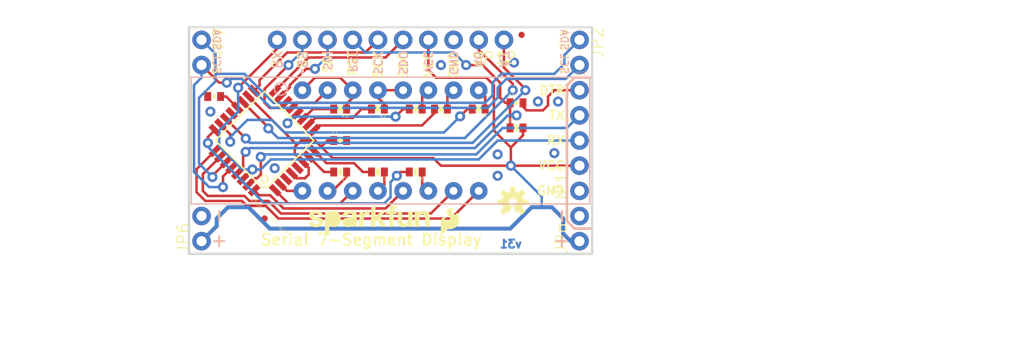
<source format=kicad_pcb>
(kicad_pcb (version 20211014) (generator pcbnew)
  (layers (0 "F.Cu" signal) (31 "B.Cu" signal) (34 "B.Paste" user) (35 "F.Paste" user) (36 "B.SilkS" user "B.Silkscreen") (37 "F.SilkS" user "F.Silkscreen") (38 "B.Mask" user) (39 "F.Mask" user) (44 "Edge.Cuts" user))
  (net 0 "")
  (net 1 "VCC")
  (net 2 "GND")
  (net 3 "MOSI")
  (net 4 "MISO")
  (net 5 "SCK")
  (net 6 "RX")
  (net 7 "RESET")
  (net 8 "TX")
  (net 9 "~{SS}")
  (net 10 "SCL")
  (net 11 "SDA")
  (net 12 "N$2")
  (net 13 "N$3")
  (net 14 "N$4")
  (net 15 "N$5")
  (net 16 "N$6")
  (net 17 "N$8")
  (net 18 "N$9")
  (net 19 "N$10")
  (net 20 "DIG4")
  (net 21 "DIG3")
  (net 22 "DIG2")
  (net 23 "DIG1")
  (net 24 "G")
  (net 25 "F/APOS")
  (net 26 "E")
  (net 27 "D")
  (net 28 "B")
  (net 29 "A")
  (net 30 "C/COL")
  (net 31 "ADC6")
  (net 32 "ADC7")
  (net 33 "DP")
  (net 34 "COLA")
  (net 35 "APOSA")
  (net 36 "N$13")
  (net 37 "N$1")
  (footprint "boardEagle:0402-RES" (layer "F.Cu") (at 161.2011 103.7336)
    (fp_text reference "R1" (at -0.889 -0.6985) (layer "F.SilkS") (effects (font (size 0.376489 0.376489) (thickness 0.029911)) (justify left)))
    (fp_text value "10k")
    (pad "1" smd rect (at -0.65 0) (size 0.7 0.9) (layers "F.Cu" "F.Paste" "F.Mask") (net 7 "RESET"))
    (pad "2" smd rect (at 0.65 0) (size 0.7 0.9) (layers "F.Cu" "F.Paste" "F.Mask") (net 1 "VCC"))
  )
  (footprint "boardEagle:0402-CAP" (layer "F.Cu") (at 130.7211 100.5586)
    (fp_text reference "C4" (at -0.889 -0.6985) (layer "F.SilkS") (effects (font (size 0.376489 0.376489) (thickness 0.029911)) (justify left)))
    (fp_text value "0.1uF")
    (pad "1" smd rect (at -0.65 0) (size 0.7 0.9) (layers "F.Cu" "F.Paste" "F.Mask") (net 2 "GND"))
    (pad "2" smd rect (at 0.65 0) (size 0.7 0.9) (layers "F.Cu" "F.Paste" "F.Mask") (net 37 "N$1"))
  )
  (footprint "boardEagle:1X02_NO_SILK" (layer "F.Cu") (at 129.4511 94.8436 -90)
    (fp_text reference "JP7" (at -1.3462 -1.8288 90) (layer "F.SilkS") (effects (font (size 1.1557 1.1557) (thickness 0.1143)) (justify right)))
    (fp_text value "")
    (pad "1" thru_hole circle (at 0 0) (size 1.8796 1.8796) (drill 1.016) (layers *.Cu *.Mask) (net 11 "SDA"))
    (pad "2" thru_hole circle (at 2.54 0) (size 1.8796 1.8796) (drill 1.016) (layers *.Cu *.Mask) (net 10 "SCL"))
  )
  (footprint "boardEagle:SFE-LOGO-FLAME" (layer "F.Cu") (at 153.5811 114.6556)
    (fp_text reference "U$2" hide)
    (fp_text value "LOGO-SFESK" hide)
  )
  (footprint "boardEagle:STAND-OFF" (layer "F.Cu") (at 163.7411 113.8936)
    (fp_text reference "JP4" hide)
    (fp_text value "STAND-OFF" hide)
    (pad "" np_thru_hole circle (at 0 0) (size 3.302 3.302) (drill 3.302) (layers *.Cu *.Mask))
  )
  (footprint "boardEagle:OSHW-LOGO-S" (layer "F.Cu") (at 160.8201 111.2266)
    (fp_text reference "U$4" hide)
    (fp_text value "OSHW-LOGOS" hide)
  )
  (footprint "boardEagle:0402-RES" (layer "F.Cu") (at 143.4211 108.1786 180)
    (fp_text reference "R10" (at -0.889 -0.6985) (layer "F.SilkS") (effects (font (size 0.376489 0.376489) (thickness 0.029911)) (justify right)))
    (fp_text value "1k")
    (pad "1" smd rect (at -0.65 0 180) (size 0.7 0.9) (layers "F.Cu" "F.Paste" "F.Mask") (net 12 "N$2"))
    (pad "2" smd rect (at 0.65 0 180) (size 0.7 0.9) (layers "F.Cu" "F.Paste" "F.Mask") (net 33 "DP"))
  )
  (footprint "boardEagle:MICRO-FIDUCIAL" (layer "F.Cu") (at 135.8011 112.8776)
    (fp_text reference "JP10" hide)
    (fp_text value "FIDUCIALUFIDUCIAL" hide)
    (pad "1" smd roundrect (at 0 0) (size 0.635 0.635) (layers "F.Cu" "F.Mask") (roundrect_rratio 0.5))
  )
  (footprint "boardEagle:SFE-NEW-WEB" (layer "F.Cu") (at 140.2461 114.6556)
    (fp_text reference "U$3" hide)
    (fp_text value "LOGO-SFENW2" hide)
  )
  (footprint "boardEagle:0402-RES" (layer "F.Cu") (at 143.4211 101.8286 180)
    (fp_text reference "R8" (at -0.889 -0.6985) (layer "F.SilkS") (effects (font (size 0.376489 0.376489) (thickness 0.029911)) (justify right)))
    (fp_text value "1k")
    (pad "1" smd rect (at -0.65 0 180) (size 0.7 0.9) (layers "F.Cu" "F.Paste" "F.Mask") (net 14 "N$4"))
    (pad "2" smd rect (at 0.65 0 180) (size 0.7 0.9) (layers "F.Cu" "F.Paste" "F.Mask") (net 25 "F/APOS"))
  )
  (footprint "boardEagle:0402-RES" (layer "F.Cu") (at 151.0411 101.8286 180)
    (fp_text reference "R3" (at -0.889 -0.6985) (layer "F.SilkS") (effects (font (size 0.376489 0.376489) (thickness 0.029911)) (justify right)))
    (fp_text value "1k")
    (pad "1" smd rect (at -0.65 0 180) (size 0.7 0.9) (layers "F.Cu" "F.Paste" "F.Mask") (net 18 "N$9"))
    (pad "2" smd rect (at 0.65 0 180) (size 0.7 0.9) (layers "F.Cu" "F.Paste" "F.Mask") (net 29 "A"))
  )
  (footprint "boardEagle:1X02_NO_SILK" (layer "F.Cu") (at 167.5511 94.8436 -90)
    (fp_text reference "JP2" (at -1.3462 -1.8288 90) (layer "F.SilkS") (effects (font (size 1.1557 1.1557) (thickness 0.1143)) (justify right)))
    (fp_text value "")
    (pad "1" thru_hole circle (at 0 0) (size 1.8796 1.8796) (drill 1.016) (layers *.Cu *.Mask) (net 11 "SDA"))
    (pad "2" thru_hole circle (at 2.54 0) (size 1.8796 1.8796) (drill 1.016) (layers *.Cu *.Mask) (net 10 "SCL"))
  )
  (footprint "boardEagle:1X02_NO_SILK" (layer "F.Cu") (at 167.5511 115.1636 90)
    (fp_text reference "JP8" (at -1.3462 -1.8288 90) (layer "F.SilkS") (effects (font (size 1.1557 1.1557) (thickness 0.1143)) (justify left)))
    (fp_text value "")
    (pad "1" thru_hole circle (at 0 0 180) (size 1.8796 1.8796) (drill 1.016) (layers *.Cu *.Mask) (net 1 "VCC"))
    (pad "2" thru_hole circle (at 2.54 0 180) (size 1.8796 1.8796) (drill 1.016) (layers *.Cu *.Mask) (net 2 "GND"))
  )
  (footprint "boardEagle:0402-RES" (layer "F.Cu") (at 153.5811 101.8286 180)
    (fp_text reference "R9" (at -0.889 -0.6985) (layer "F.SilkS") (effects (font (size 0.376489 0.376489) (thickness 0.029911)) (justify right)))
    (fp_text value "1k")
    (pad "1" smd rect (at -0.65 0 180) (size 0.7 0.9) (layers "F.Cu" "F.Paste" "F.Mask") (net 13 "N$3"))
    (pad "2" smd rect (at 0.65 0 180) (size 0.7 0.9) (layers "F.Cu" "F.Paste" "F.Mask") (net 24 "G"))
  )
  (footprint "boardEagle:CREATIVE_COMMONS" (layer "F.Cu") (at 129.4511 126.5936)
    (fp_text reference "U$1" hide)
    (fp_text value "CREATIVE_COMMONS" hide)
  )
  (footprint "boardEagle:0402-RES" (layer "F.Cu") (at 157.3911 101.8286 180)
    (fp_text reference "R4" (at -0.889 -0.6985) (layer "F.SilkS") (effects (font (size 0.376489 0.376489) (thickness 0.029911)) (justify right)))
    (fp_text value "1k")
    (pad "1" smd rect (at -0.65 0 180) (size 0.7 0.9) (layers "F.Cu" "F.Paste" "F.Mask") (net 17 "N$8"))
    (pad "2" smd rect (at 0.65 0 180) (size 0.7 0.9) (layers "F.Cu" "F.Paste" "F.Mask") (net 28 "B"))
  )
  (footprint "boardEagle:STAND-OFF" (layer "F.Cu") (at 163.7411 96.1136)
    (fp_text reference "JP5" hide)
    (fp_text value "STAND-OFF" hide)
    (pad "" np_thru_hole circle (at 0 0) (size 3.302 3.302) (drill 3.302) (layers *.Cu *.Mask))
  )
  (footprint "boardEagle:TQFP32-08" (layer "F.Cu") (at 135.8011 105.0036 135)
    (fp_text reference "ATMEGA328P-AU0" (at -3.175 -5.080004 -45) (layer "F.SilkS") (effects (font (size 0.376489 0.376489) (thickness 0.029911)) (justify left)))
    (fp_text value "ATMEGA328P-AU")
    (pad "1" smd rect (at -4.2926 -2.8 135) (size 1.27 0.5588) (layers "F.Cu" "F.Paste" "F.Mask") (net 21 "DIG3"))
    (pad "2" smd rect (at -4.2926 -2 135) (size 1.27 0.5588) (layers "F.Cu" "F.Paste" "F.Mask") (net 20 "DIG4"))
    (pad "3" smd rect (at -4.2926 -1.2 135) (size 1.27 0.5588) (layers "F.Cu" "F.Paste" "F.Mask") (net 2 "GND"))
    (pad "4" smd rect (at -4.2926 -0.4 135) (size 1.27 0.5588) (layers "F.Cu" "F.Paste" "F.Mask") (net 1 "VCC"))
    (pad "5" smd rect (at -4.2926 0.4 135) (size 1.27 0.5588) (layers "F.Cu" "F.Paste" "F.Mask") (net 2 "GND"))
    (pad "6" smd rect (at -4.2926 1.2 135) (size 1.27 0.5588) (layers "F.Cu" "F.Paste" "F.Mask") (net 1 "VCC"))
    (pad "7" smd rect (at -4.2926 2 135) (size 1.27 0.5588) (layers "F.Cu" "F.Paste" "F.Mask") (net 33 "DP"))
    (pad "8" smd rect (at -4.2926 2.8 135) (size 1.27 0.5588) (layers "F.Cu" "F.Paste" "F.Mask") (net 26 "E"))
    (pad "9" smd rect (at -2.8 4.2926 135) (size 0.5588 1.27) (layers "F.Cu" "F.Paste" "F.Mask") (net 24 "G"))
    (pad "10" smd rect (at -2 4.2926 135) (size 0.5588 1.27) (layers "F.Cu" "F.Paste" "F.Mask") (net 30 "C/COL"))
    (pad "11" smd rect (at -1.2 4.2926 135) (size 0.5588 1.27) (layers "F.Cu" "F.Paste" "F.Mask") (net 25 "F/APOS"))
    (pad "12" smd rect (at -0.4 4.2926 135) (size 0.5588 1.27) (layers "F.Cu" "F.Paste" "F.Mask") (net 29 "A"))
    (pad "13" smd rect (at 0.4 4.2926 135) (size 0.5588 1.27) (layers "F.Cu" "F.Paste" "F.Mask") (net 35 "APOSA"))
    (pad "14" smd rect (at 1.2 4.2926 135) (size 0.5588 1.27) (layers "F.Cu" "F.Paste" "F.Mask") (net 9 "~{SS}"))
    (pad "15" smd rect (at 2 4.2926 135) (size 0.5588 1.27) (layers "F.Cu" "F.Paste" "F.Mask") (net 3 "MOSI"))
    (pad "16" smd rect (at 2.8 4.2926 135) (size 0.5588 1.27) (layers "F.Cu" "F.Paste" "F.Mask") (net 4 "MISO"))
    (pad "17" smd rect (at 4.2926 2.8 135) (size 1.27 0.5588) (layers "F.Cu" "F.Paste" "F.Mask") (net 5 "SCK"))
    (pad "18" smd rect (at 4.2926 2 135) (size 1.27 0.5588) (layers "F.Cu" "F.Paste" "F.Mask") (net 1 "VCC"))
    (pad "19" smd rect (at 4.2926 1.2 135) (size 1.27 0.5588) (layers "F.Cu" "F.Paste" "F.Mask") (net 31 "ADC6"))
    (pad "20" smd rect (at 4.2926 0.4 135) (size 1.27 0.5588) (layers "F.Cu" "F.Paste" "F.Mask") (net 37 "N$1"))
    (pad "21" smd rect (at 4.2926 -0.4 135) (size 1.27 0.5588) (layers "F.Cu" "F.Paste" "F.Mask") (net 2 "GND"))
    (pad "22" smd rect (at 4.2926 -1.2 135) (size 1.27 0.5588) (layers "F.Cu" "F.Paste" "F.Mask") (net 32 "ADC7"))
    (pad "23" smd rect (at 4.2926 -2 135) (size 1.27 0.5588) (layers "F.Cu" "F.Paste" "F.Mask") (net 28 "B"))
    (pad "24" smd rect (at 4.2926 -2.8 135) (size 1.27 0.5588) (layers "F.Cu" "F.Paste" "F.Mask") (net 27 "D"))
    (pad "25" smd rect (at 2.8 -4.2926 135) (size 0.5588 1.27) (layers "F.Cu" "F.Paste" "F.Mask") (net 23 "DIG1"))
    (pad "26" smd rect (at 2 -4.2926 135) (size 0.5588 1.27) (layers "F.Cu" "F.Paste" "F.Mask") (net 22 "DIG2"))
    (pad "27" smd rect (at 1.2 -4.2926 135) (size 0.5588 1.27) (layers "F.Cu" "F.Paste" "F.Mask") (net 11 "SDA"))
    (pad "28" smd rect (at 0.4 -4.2926 135) (size 0.5588 1.27) (layers "F.Cu" "F.Paste" "F.Mask") (net 10 "SCL"))
    (pad "29" smd rect (at -0.4 -4.2926 135) (size 0.5588 1.27) (layers "F.Cu" "F.Paste" "F.Mask") (net 7 "RESET"))
    (pad "30" smd rect (at -1.2 -4.2926 135) (size 0.5588 1.27) (layers "F.Cu" "F.Paste" "F.Mask") (net 6 "RX"))
    (pad "31" smd rect (at -2 -4.2926 135) (size 0.5588 1.27) (layers "F.Cu" "F.Paste" "F.Mask") (net 8 "TX"))
    (pad "32" smd rect (at -2.8 -4.2926 135) (size 0.5588 1.27) (layers "F.Cu" "F.Paste" "F.Mask") (net 34 "COLA"))
  )
  (footprint "boardEagle:1X02_NO_SILK" (layer "F.Cu") (at 129.4511 115.1636 90)
    (fp_text reference "JP6" (at -1.3462 -1.8288 90) (layer "F.SilkS") (effects (font (size 1.1557 1.1557) (thickness 0.1143)) (justify left)))
    (fp_text value "")
    (pad "1" thru_hole circle (at 0 0 180) (size 1.8796 1.8796) (drill 1.016) (layers *.Cu *.Mask) (net 1 "VCC"))
    (pad "2" thru_hole circle (at 2.54 0 180) (size 1.8796 1.8796) (drill 1.016) (layers *.Cu *.Mask) (net 2 "GND"))
  )
  (footprint "boardEagle:MICRO-FIDUCIAL" (layer "F.Cu") (at 161.7091 94.3356)
    (fp_text reference "JP9" hide)
    (fp_text value "FIDUCIALUFIDUCIAL" hide)
    (pad "1" smd roundrect (at 0 0) (size 0.635 0.635) (layers "F.Cu" "F.Mask") (roundrect_rratio 0.5))
  )
  (footprint "boardEagle:0402-RES" (layer "F.Cu") (at 147.2311 101.8286 180)
    (fp_text reference "R2" (at -0.889 -0.6985) (layer "F.SilkS") (effects (font (size 0.376489 0.376489) (thickness 0.029911)) (justify right)))
    (fp_text value "1k")
    (pad "1" smd rect (at -0.65 0 180) (size 0.7 0.9) (layers "F.Cu" "F.Paste" "F.Mask") (net 19 "N$10"))
    (pad "2" smd rect (at 0.65 0 180) (size 0.7 0.9) (layers "F.Cu" "F.Paste" "F.Mask") (net 30 "C/COL"))
  )
  (footprint "boardEagle:STAND-OFF" (layer "F.Cu") (at 133.2611 113.8936)
    (fp_text reference "JP1" hide)
    (fp_text value "STAND-OFF" hide)
    (pad "" np_thru_hole circle (at 0 0) (size 3.302 3.302) (drill 3.302) (layers *.Cu *.Mask))
  )
  (footprint "boardEagle:1X05_NO_SILK" (layer "F.Cu") (at 167.5511 110.0836 90)
    (fp_text reference "JP11" (at -1.3462 -1.8288 90) (layer "F.SilkS") (effects (font (size 1.1557 1.1557) (thickness 0.1143)) (justify left)))
    (fp_text value "")
    (pad "1" thru_hole circle (at 0 0 180) (size 1.8796 1.8796) (drill 1.016) (layers *.Cu *.Mask) (net 2 "GND"))
    (pad "2" thru_hole circle (at 2.54 0 180) (size 1.8796 1.8796) (drill 1.016) (layers *.Cu *.Mask) (net 1 "VCC"))
    (pad "3" thru_hole circle (at 5.08 0 180) (size 1.8796 1.8796) (drill 1.016) (layers *.Cu *.Mask) (net 6 "RX"))
    (pad "4" thru_hole circle (at 7.62 0 180) (size 1.8796 1.8796) (drill 1.016) (layers *.Cu *.Mask) (net 8 "TX"))
    (pad "5" thru_hole circle (at 10.16 0 180) (size 1.8796 1.8796) (drill 1.016) (layers *.Cu *.Mask) (net 36 "N$13"))
  )
  (footprint "boardEagle:0402-CAP" (layer "F.Cu") (at 161.2011 101.1936)
    (fp_text reference "C3" (at -0.889 -0.6985) (layer "F.SilkS") (effects (font (size 0.376489 0.376489) (thickness 0.029911)) (justify left)))
    (fp_text value "0.1uF")
    (pad "1" smd rect (at -0.65 0) (size 0.7 0.9) (layers "F.Cu" "F.Paste" "F.Mask") (net 7 "RESET"))
    (pad "2" smd rect (at 0.65 0) (size 0.7 0.9) (layers "F.Cu" "F.Paste" "F.Mask") (net 36 "N$13"))
  )
  (footprint "boardEagle:STAND-OFF" (layer "F.Cu") (at 133.2611 96.1136)
    (fp_text reference "JP3" hide)
    (fp_text value "STAND-OFF" hide)
    (pad "" np_thru_hole circle (at 0 0) (size 3.302 3.302) (drill 3.302) (layers *.Cu *.Mask))
  )
  (footprint "boardEagle:1X10_NO_SILK" (layer "F.Cu") (at 159.9311 94.8436 180)
    (fp_text reference "JP12" (at -1.3462 -1.8288) (layer "F.SilkS") (effects (font (size 1.1557 1.1557) (thickness 0.1143)) (justify right)))
    (fp_text value "M10SIP_NS")
    (pad "1" thru_hole circle (at 0 0 270) (size 1.8796 1.8796) (drill 1.016) (layers *.Cu *.Mask) (net 32 "ADC7"))
    (pad "2" thru_hole circle (at 2.54 0 270) (size 1.8796 1.8796) (drill 1.016) (layers *.Cu *.Mask) (net 31 "ADC6"))
    (pad "3" thru_hole circle (at 5.08 0 270) (size 1.8796 1.8796) (drill 1.016) (layers *.Cu *.Mask) (net 2 "GND"))
    (pad "4" thru_hole circle (at 7.62 0 270) (size 1.8796 1.8796) (drill 1.016) (layers *.Cu *.Mask) (net 1 "VCC"))
    (pad "5" thru_hole circle (at 10.16 0 270) (size 1.8796 1.8796) (drill 1.016) (layers *.Cu *.Mask) (net 4 "MISO"))
    (pad "6" thru_hole circle (at 12.7 0 270) (size 1.8796 1.8796) (drill 1.016) (layers *.Cu *.Mask) (net 5 "SCK"))
    (pad "7" thru_hole circle (at 15.24 0 270) (size 1.8796 1.8796) (drill 1.016) (layers *.Cu *.Mask) (net 7 "RESET"))
    (pad "8" thru_hole circle (at 17.78 0 270) (size 1.8796 1.8796) (drill 1.016) (layers *.Cu *.Mask) (net 3 "MOSI"))
    (pad "9" thru_hole circle (at 20.32 0 270) (size 1.8796 1.8796) (drill 1.016) (layers *.Cu *.Mask) (net 9 "~{SS}"))
    (pad "10" thru_hole circle (at 22.86 0 270) (size 1.8796 1.8796) (drill 1.016) (layers *.Cu *.Mask) (net 6 "RX"))
  )
  (footprint "boardEagle:0402-CAP" (layer "F.Cu") (at 143.4211 105.0036)
    (fp_text reference "C1" (at -0.889 -0.6985) (layer "F.SilkS") (effects (font (size 0.376489 0.376489) (thickness 0.029911)) (justify left)))
    (fp_text value "0.1uF")
    (pad "1" smd rect (at -0.65 0) (size 0.7 0.9) (layers "F.Cu" "F.Paste" "F.Mask") (net 1 "VCC"))
    (pad "2" smd rect (at 0.65 0) (size 0.7 0.9) (layers "F.Cu" "F.Paste" "F.Mask") (net 2 "GND"))
  )
  (footprint "boardEagle:0402-RES" (layer "F.Cu") (at 151.0411 108.1786 180)
    (fp_text reference "R6" (at -0.889 -0.6985) (layer "F.SilkS") (effects (font (size 0.376489 0.376489) (thickness 0.029911)) (justify right)))
    (fp_text value "1k")
    (pad "1" smd rect (at -0.65 0 180) (size 0.7 0.9) (layers "F.Cu" "F.Paste" "F.Mask") (net 16 "N$6"))
    (pad "2" smd rect (at 0.65 0 180) (size 0.7 0.9) (layers "F.Cu" "F.Paste" "F.Mask") (net 27 "D"))
  )
  (footprint "boardEagle:0402-RES" (layer "F.Cu") (at 147.2311 108.1786 180)
    (fp_text reference "R7" (at -0.889 -0.6985) (layer "F.SilkS") (effects (font (size 0.376489 0.376489) (thickness 0.029911)) (justify right)))
    (fp_text value "1k")
    (pad "1" smd rect (at -0.65 0 180) (size 0.7 0.9) (layers "F.Cu" "F.Paste" "F.Mask") (net 15 "N$5"))
    (pad "2" smd rect (at 0.65 0 180) (size 0.7 0.9) (layers "F.Cu" "F.Paste" "F.Mask") (net 26 "E"))
  )
  (footprint "boardEagle:7-SEGMENT-4DIGIT-YOUNGSUN" (layer "B.Cu") (at 148.5011 105.0036 180)
    (fp_text reference "LED1" (at -20 6.746) (layer "B.SilkS") (effects (font (size 0.376489 0.376489) (thickness 0.029911)) (justify left mirror)))
    (fp_text value "7-SEGMENT-4DIGIT-YOUNGSUN")
    (pad "1" thru_hole circle (at -8.89 -5.08 180) (size 1.778 1.778) (drill 0.8) (layers *.Cu *.Mask) (net 23 "DIG1"))
    (pad "2" thru_hole circle (at -6.35 -5.08 180) (size 1.778 1.778) (drill 0.8) (layers *.Cu *.Mask) (net 22 "DIG2"))
    (pad "3" thru_hole circle (at -3.81 -5.08 180) (size 1.778 1.778) (drill 0.8) (layers *.Cu *.Mask) (net 16 "N$6"))
    (pad "4" thru_hole circle (at -1.27 -5.08 180) (size 1.778 1.778) (drill 0.8) (layers *.Cu *.Mask) (net 34 "COLA"))
    (pad "5" thru_hole circle (at 1.27 -5.08 180) (size 1.778 1.778) (drill 0.8) (layers *.Cu *.Mask) (net 15 "N$5"))
    (pad "6" thru_hole circle (at 3.81 -5.08 180) (size 1.778 1.778) (drill 0.8) (layers *.Cu *.Mask) (net 21 "DIG3"))
    (pad "7" thru_hole circle (at 6.35 -5.08 180) (size 1.778 1.778) (drill 0.8) (layers *.Cu *.Mask) (net 12 "N$2"))
    (pad "8" thru_hole circle (at 8.89 -5.08 180) (size 1.778 1.778) (drill 0.8) (layers *.Cu *.Mask) (net 20 "DIG4"))
    (pad "9" thru_hole circle (at 8.89 5.08 180) (size 1.778 1.778) (drill 0.8) (layers *.Cu *.Mask) (net 14 "N$4"))
    (pad "10" thru_hole circle (at 6.35 5.08 180) (size 1.778 1.778) (drill 0.8) (layers *.Cu *.Mask) (net 35 "APOSA"))
    (pad "11" thru_hole circle (at 3.81 5.08 180) (size 1.778 1.778) (drill 0.8) (layers *.Cu *.Mask) (net 14 "N$4"))
    (pad "12" thru_hole circle (at 1.27 5.08 180) (size 1.778 1.778) (drill 0.8) (layers *.Cu *.Mask) (net 19 "N$10"))
    (pad "13" thru_hole circle (at -1.27 5.08 180) (size 1.778 1.778) (drill 0.8) (layers *.Cu *.Mask) (net 19 "N$10"))
    (pad "14" thru_hole circle (at -3.81 5.08 180) (size 1.778 1.778) (drill 0.8) (layers *.Cu *.Mask) (net 18 "N$9"))
    (pad "15" thru_hole circle (at -6.35 5.08 180) (size 1.778 1.778) (drill 0.8) (layers *.Cu *.Mask) (net 13 "N$3"))
    (pad "16" thru_hole circle (at -8.89 5.08 180) (size 1.778 1.778) (drill 0.8) (layers *.Cu *.Mask) (net 17 "N$8"))
  )
  (gr_line (start 131.7371 115.1636) (end 130.7211 115.1636) (layer "B.SilkS") (width 0.2032))
  (gr_line (start 165.7731 114.6556) (end 165.7731 115.6716) (layer "B.SilkS") (width 0.2032))
  (gr_line (start 166.2811 99.4156) (end 167.0431 98.6536) (layer "B.SilkS") (width 0.254))
  (gr_line (start 167.0431 98.6536) (end 168.8211 98.6536) (layer "B.SilkS") (width 0.254))
  (gr_line (start 168.8211 113.8936) (end 167.0431 113.8936) (layer "B.SilkS") (width 0.254))
  (gr_line (start 165.7731 113.1316) (end 165.7731 112.1156) (layer "B.SilkS") (width 0.2032))
  (gr_line (start 131.2291 114.6556) (end 131.2291 115.6716) (layer "B.SilkS") (width 0.2032))
  (gr_line (start 131.2291 112.1156) (end 131.2291 113.1316) (layer "B.SilkS") (width 0.2032))
  (gr_line (start 167.0431 113.8936) (end 166.2811 113.1316) (layer "B.SilkS") (width 0.254))
  (gr_line (start 165.2651 115.1636) (end 166.2811 115.1636) (layer "B.SilkS") (width 0.2032))
  (gr_line (start 166.2811 113.1316) (end 166.2811 99.4156) (layer "B.SilkS") (width 0.254))
  (gr_line (start 165.2651 115.1636) (end 166.2811 115.1636) (layer "F.SilkS") (width 0.2032))
  (gr_line (start 165.7731 114.6556) (end 165.7731 115.6716) (layer "F.SilkS") (width 0.2032))
  (gr_line (start 131.2291 112.1156) (end 131.2291 113.1316) (layer "F.SilkS") (width 0.2032))
  (gr_line (start 166.2811 113.1316) (end 167.0431 113.8936) (layer "F.SilkS") (width 0.254))
  (gr_line (start 167.0431 113.8936) (end 168.8211 113.8936) (layer "F.SilkS") (width 0.254))
  (gr_line (start 166.2811 99.4156) (end 166.2811 113.1316) (layer "F.SilkS") (width 0.254))
  (gr_line (start 167.0431 98.6536) (end 168.8211 98.6536) (layer "F.SilkS") (width 0.254))
  (gr_line (start 165.7731 112.1156) (end 165.7731 113.1316) (layer "F.SilkS") (width 0.2032))
  (gr_line (start 131.2291 114.6556) (end 131.2291 115.6716) (layer "F.SilkS") (width 0.2032))
  (gr_line (start 130.7211 115.1636) (end 131.7371 115.1636) (layer "F.SilkS") (width 0.2032))
  (gr_line (start 167.0431 98.6536) (end 166.2811 99.4156) (layer "F.SilkS") (width 0.254))
  (gr_line (start 168.8211 116.4336) (end 128.1811 116.4336) (layer "Edge.Cuts") (width 0.254))
  (gr_line (start 128.1811 93.5736) (end 128.1811 116.4336) (layer "Edge.Cuts") (width 0.254))
  (gr_line (start 168.8211 93.5736) (end 168.8211 116.4336) (layer "Edge.Cuts") (width 0.2032))
  (gr_line (start 128.1811 93.5736) (end 168.8211 93.5736) (layer "Edge.Cuts") (width 0.2032))
  (gr_text "v31" (at 161.8361 115.9256) (layer "B.Cu") (effects (font (size 0.8128 0.8128) (thickness 0.2032)) (justify left bottom mirror)))
  (gr_text "SCK" (at 147.2311 95.8596 -90) (layer "B.SilkS") (effects (font (size 0.79883 0.79883) (thickness 0.14097)) (justify right mirror)))
  (gr_text "SDA" (at 166.0271 94.8436 -90) (layer "B.SilkS") (effects (font (size 0.75565 0.75565) (thickness 0.13335)) (justify mirror)))
  (gr_text "SCL" (at 166.0271 97.2566 -90) (layer "B.SilkS") (effects (font (size 0.75565 0.75565) (thickness 0.13335)) (justify mirror)))
  (gr_text "GND" (at 154.8511 95.8596 -90) (layer "B.SilkS") (effects (font (size 0.79883 0.79883) (thickness 0.14097)) (justify right mirror)))
  (gr_text "SCL" (at 130.9751 97.2566 -90) (layer "B.SilkS") (effects (font (size 0.75565 0.75565) (thickness 0.13335)) (justify mirror)))
  (gr_text "A7" (at 159.9311 95.8596 -90) (layer "B.SilkS") (effects (font (size 0.917575 0.917575) (thickness 0.161925)) (justify right mirror)))
  (gr_text "SDO" (at 149.7711 95.8596 -90) (layer "B.SilkS") (effects (font (size 0.79883 0.79883) (thickness 0.14097)) (justify right mirror)))
  (gr_text "SDI" (at 142.1511 95.8596 -90) (layer "B.SilkS") (effects (font (size 0.79883 0.79883) (thickness 0.14097)) (justify right mirror)))
  (gr_text "RX" (at 137.0711 95.8596 -90) (layer "B.SilkS") (effects (font (size 0.917575 0.917575) (thickness 0.161925)) (justify right mirror)))
  (gr_text "SDA" (at 130.9751 94.8436 -90) (layer "B.SilkS") (effects (font (size 0.75565 0.75565) (thickness 0.13335)) (justify mirror)))
  (gr_text "VCC" (at 152.3111 95.8596 -90) (layer "B.SilkS") (effects (font (size 0.79883 0.79883) (thickness 0.14097)) (justify right mirror)))
  (gr_text "~SS" (at 139.6111 95.8596 -90) (layer "B.SilkS") (effects (font (size 0.917575 0.917575) (thickness 0.161925)) (justify right mirror)))
  (gr_text "A6" (at 157.3911 95.8596 -90) (layer "B.SilkS") (effects (font (size 0.917575 0.917575) (thickness 0.161925)) (justify right mirror)))
  (gr_text "RST" (at 144.6911 95.8596 -90) (layer "B.SilkS") (effects (font (size 0.79883 0.79883) (thickness 0.14097)) (justify right mirror)))
  (gr_text "VCC" (at 166.1541 107.5436) (layer "F.SilkS") (effects (font (size 0.917575 0.917575) (thickness 0.161925)) (justify right)))
  (gr_text "A7" (at 159.9311 95.8596 90) (layer "F.SilkS") (effects (font (size 0.917575 0.917575) (thickness 0.161925)) (justify right)))
  (gr_text "~SS" (at 139.6111 95.8596 90) (layer "F.SilkS") (effects (font (size 0.917575 0.917575) (thickness 0.161925)) (justify right)))
  (gr_text "SCL" (at 166.0271 97.2566 90) (layer "F.SilkS") (effects (font (size 0.75565 0.75565) (thickness 0.13335))))
  (gr_text "SDA" (at 166.0271 94.8436 90) (layer "F.SilkS") (effects (font (size 0.75565 0.75565) (thickness 0.13335))))
  (gr_text "RX" (at 137.0711 95.8596 90) (layer "F.SilkS") (effects (font (size 0.917575 0.917575) (thickness 0.161925)) (justify right)))
  (gr_text "A6" (at 157.3911 95.8596 90) (layer "F.SilkS") (effects (font (size 0.917575 0.917575) (thickness 0.161925)) (justify right)))
  (gr_text "VCC" (at 152.3111 95.8596 90) (layer "F.SilkS") (effects (font (size 0.917575 0.917575) (thickness 0.161925)) (justify right)))
  (gr_text "GND" (at 154.8511 95.8596 90) (layer "F.SilkS") (effects (font (size 0.917575 0.917575) (thickness 0.161925)) (justify right)))
  (gr_text "TX" (at 166.1541 102.4636) (layer "F.SilkS") (effects (font (size 0.917575 0.917575) (thickness 0.161925)) (justify right)))
  (gr_text "SDA" (at 130.9751 94.8436 90) (layer "F.SilkS") (effects (font (size 0.75565 0.75565) (thickness 0.13335))))
  (gr_text "SCL" (at 130.9751 97.2566 90) (layer "F.SilkS") (effects (font (size 0.75565 0.75565) (thickness 0.13335))))
  (gr_text "SDI" (at 142.1511 95.8596 90) (layer "F.SilkS") (effects (font (size 0.917575 0.917575) (thickness 0.161925)) (justify right)))
  (gr_text "RST" (at 144.6911 95.8596 90) (layer "F.SilkS") (effects (font (size 0.917575 0.917575) (thickness 0.161925)) (justify right)))
  (gr_text "Serial 7-Segment Display" (at 135.2931 115.6716) (layer "F.SilkS") (effects (font (size 1.12268 1.12268) (thickness 0.19812)) (justify left bottom)))
  (gr_text "RX" (at 166.1541 105.0036) (layer "F.SilkS") (effects (font (size 0.917575 0.917575) (thickness 0.161925)) (justify right)))
  (gr_text "SDO" (at 149.7711 95.8596 90) (layer "F.SilkS") (effects (font (size 0.917575 0.917575) (thickness 0.161925)) (justify right)))
  (gr_text "DTR" (at 166.1541 99.9236) (layer "F.SilkS") (effects (font (size 0.917575 0.917575) (thickness 0.161925)) (justify right)))
  (gr_text "GND" (at 166.1541 110.0836) (layer "F.SilkS") (effects (font (size 0.917575 0.917575) (thickness 0.161925)) (justify right)))
  (gr_text "SCK" (at 147.2311 95.8596 90) (layer "F.SilkS") (effects (font (size 0.917575 0.917575) (thickness 0.161925)) (justify right)))
  (segment (start 141.5161 105.6386) (end 142.6591 106.7816) (width 0.254) (layer "F.Cu") (net 1))
  (segment (start 138.553581 108.321772) (end 139.045409 108.8136) (width 0.254) (layer "F.Cu") (net 1))
  (segment (start 138.8491 105.6386) (end 139.0396 105.4481) (width 0.254) (layer "F.Cu") (net 1))
  (segment (start 139.684953 107.1904) (end 140.2461 107.751547) (width 0.254) (layer "F.Cu") (net 1))
  (segment (start 139.0396 105.413679) (end 139.0396 105.4481) (width 0.254) (layer "F.Cu") (net 1))
  (segment (start 134.179984 100.554063) (end 139.0396 105.413679) (width 0.254) (layer "F.Cu") (net 1))
  (segment (start 142.7711 105.0036) (end 142.1511 105.0036) (width 0.254) (layer "F.Cu") (net 1))
  (segment (start 160.6296 105.7021) (end 160.6296 107.5436) (width 0.254) (layer "F.Cu") (net 1))
  (segment (start 161.8511 103.7336) (end 161.8511 104.4806) (width 0.254) (layer "F.Cu") (net 1))
  (segment (start 140.8811 105.0036) (end 141.5161 105.6386) (width 0.254) (layer "F.Cu") (net 1))
  (segment (start 158.1531 98.6536) (end 153.0731 98.6536) (width 0.254) (layer "F.Cu") (net 1))
  (segment (start 142.6591 106.7816) (end 152.8191 106.7816) (width 0.254) (layer "F.Cu") (net 1))
  (segment (start 139.684953 107.1904) (end 138.8491 106.354547) (width 0.254) (layer "F.Cu") (net 1))
  (segment (start 140.2461 107.751547) (end 140.2461 108.4326) (width 0.254) (layer "F.Cu") (net 1))
  (segment (start 160.6296 107.5436) (end 167.5511 107.5436) (width 0.254) (layer "F.Cu") (net 1))
  (segment (start 152.3111 97.8916) (end 152.3111 94.8436) (width 0.254) (layer "F.Cu") (net 1))
  (segment (start 161.8511 104.4806) (end 160.6296 105.7021) (width 0.254) (layer "F.Cu") (net 1))
  (segment (start 139.4841 105.0036) (end 140.8811 105.0036) (width 0.254) (layer "F.Cu") (net 1))
  (segment (start 153.0731 98.6536) (end 152.3111 97.8916) (width 0.254) (layer "F.Cu") (net 1))
  (segment (start 139.8651 108.8136) (end 140.2461 108.4326) (width 0.254) (layer "F.Cu") (net 1))
  (segment (start 158.9151 103.9876) (end 160.6296 105.7021) (width 0.254) (layer "F.Cu") (net 1))
  (segment (start 158.9151 99.4156) (end 158.9151 103.9876) (width 0.254) (layer "F.Cu") (net 1))
  (segment (start 153.5811 107.5436) (end 160.6296 107.5436) (width 0.254) (layer "F.Cu") (net 1))
  (segment (start 138.8491 106.354547) (end 138.8491 105.6386) (width 0.254) (layer "F.Cu") (net 1))
  (segment (start 152.8191 106.7816) (end 153.5811 107.5436) (width 0.254) (layer "F.Cu") (net 1))
  (segment (start 139.045409 108.8136) (end 139.8651 108.8136) (width 0.254) (layer "F.Cu") (net 1))
  (segment (start 139.0396 105.4481) (end 139.4841 105.0036) (width 0.254) (layer "F.Cu") (net 1))
  (segment (start 142.1511 105.0036) (end 141.5161 105.6386) (width 0.254) (layer "F.Cu") (net 1))
  (segment (start 158.9151 99.4156) (end 158.1531 98.6536) (width 0.254) (layer "F.Cu") (net 1))
  (via (at 160.6296 107.5436) (size 1.016) (drill 0.508) (layers "F.Cu" "B.Cu") (net 1))
  (segment (start 164.7571 111.7346) (end 163.7411 111.7346) (width 0.4064) (layer "B.Cu") (net 1))
  (segment (start 130.9751 113.6396) (end 130.9751 112.8776) (width 0.4064) (layer "B.Cu") (net 1))
  (segment (start 134.1755 111.7346) (end 136.3345 113.8936) (width 0.4064) (layer "B.Cu") (net 1))
  (segment (start 129.4511 115.1636) (end 130.9751 113.6396) (width 0.4064) (layer "B.Cu") (net 1))
  (segment (start 163.7411 111.7346) (end 162.7251 111.7346) (width 0.4064) (layer "B.Cu") (net 1))
  (segment (start 163.7411 110.6551) (end 163.7411 111.7346) (width 0.254) (layer "B.Cu") (net 1))
  (segment (start 160.6296 107.5436) (end 163.7411 110.6551) (width 0.254) (layer "B.Cu") (net 1))
  (segment (start 166.6621 115.1636) (end 165.9001 114.4016) (width 0.4064) (layer "B.Cu") (net 1))
  (segment (start 167.5511 115.1636) (end 166.6621 115.1636) (width 0.4064) (layer "B.Cu") (net 1))
  (segment (start 162.7251 111.7346) (end 160.5661 113.8936) (width 0.4064) (layer "B.Cu") (net 1))
  (segment (start 132.1181 111.7346) (end 134.1755 111.7346) (width 0.4064) (layer "B.Cu") (net 1))
  (segment (start 165.9001 112.8776) (end 164.7571 111.7346) (width 0.4064) (layer "B.Cu") (net 1))
  (segment (start 136.3345 113.8936) (end 160.5661 113.8936) (width 0.4064) (layer "B.Cu") (net 1))
  (segment (start 130.9751 112.8776) (end 132.1181 111.7346) (width 0.4064) (layer "B.Cu") (net 1))
  (segment (start 165.9001 114.4016) (end 165.9001 112.8776) (width 0.4064) (layer "B.Cu") (net 1))
  (via (at 165.3921 101.0666) (size 1.016) (drill 0.508) (layers "F.Cu" "B.Cu") (net 2))
  (via (at 165.0111 106.2736) (size 1.016) (drill 0.508) (layers "F.Cu" "B.Cu") (net 2))
  (via (at 159.2961 108.5596) (size 1.016) (drill 0.508) (layers "F.Cu" "B.Cu") (net 2))
  (via (at 159.2961 106.4006) (size 1.016) (drill 0.508) (layers "F.Cu" "B.Cu") (net 2))
  (via (at 153.5811 97.3836) (size 1.016) (drill 0.508) (layers "F.Cu" "B.Cu") (net 2))
  (via (at 136.8171 107.7976) (size 1.016) (drill 0.508) (layers "F.Cu" "B.Cu") (net 2))
  (via (at 160.9471 97.1296) (size 1.016) (drill 0.508) (layers "F.Cu" "B.Cu") (net 2))
  (via (at 130.3401 102.0826) (size 1.016) (drill 0.508) (layers "F.Cu" "B.Cu") (net 2))
  (via (at 163.3601 101.0666) (size 1.016) (drill 0.508) (layers "F.Cu" "B.Cu") (net 2))
  (segment (start 138.3411 99.635175) (end 138.3411 99.4156) (width 0.254) (layer "F.Cu") (net 3))
  (segment (start 139.9921 97.7646) (end 140.8811 97.7646) (width 0.254) (layer "F.Cu") (net 3))
  (segment (start 138.3411 99.4156) (end 139.9921 97.7646) (width 0.254) (layer "F.Cu") (net 3))
  (segment (start 137.422212 100.554063) (end 138.3411 99.635175) (width 0.254) (layer "F.Cu") (net 3))
  (segment (start 137.422212 100.554063) (end 136.909675 101.0666) (width 0.254) (layer "F.Cu") (net 3))
  (via (at 140.8811 97.7646) (size 1.016) (drill 0.508) (layers "F.Cu" "B.Cu") (net 3))
  (segment (start 142.1511 96.4946) (end 140.8811 97.7646) (width 0.254) (layer "B.Cu") (net 3))
  (segment (start 142.1511 94.8436) (end 142.1511 96.4946) (width 0.254) (layer "B.Cu") (net 3))
  (segment (start 147.9931 96.6216) (end 149.7711 94.8436) (width 0.254) (layer "F.Cu") (net 4))
  (segment (start 136.856525 99.988375) (end 140.2233 96.6216) (width 0.254) (layer "F.Cu") (net 4))
  (segment (start 140.2233 96.6216) (end 147.9931 96.6216) (width 0.254) (layer "F.Cu") (net 4))
  (segment (start 135.2931 99.440947) (end 135.2931 98.9076) (width 0.254) (layer "F.Cu") (net 5))
  (segment (start 135.2931 98.9076) (end 138.0871 96.1136) (width 0.254) (layer "F.Cu") (net 5))
  (segment (start 138.0871 96.1136) (end 145.9611 96.1136) (width 0.254) (layer "F.Cu") (net 5))
  (segment (start 134.745671 99.988375) (end 135.2931 99.440947) (width 0.254) (layer "F.Cu") (net 5))
  (segment (start 147.2311 94.8436) (end 145.9611 96.1136) (width 0.254) (layer "F.Cu") (net 5))
  (segment (start 133.6143 108.887457) (end 134.577156 107.9246) (width 0.254) (layer "F.Cu") (net 6))
  (segment (start 137.0711 94.8436) (end 137.0711 95.7326) (width 0.254) (layer "F.Cu") (net 6))
  (segment (start 137.0711 95.7326) (end 133.1341 99.6696) (width 0.254) (layer "F.Cu") (net 6))
  (via (at 133.1341 99.6696) (size 1.016) (drill 0.508) (layers "F.Cu" "B.Cu") (net 6))
  (via (at 134.577156 107.9246) (size 1.016) (drill 0.508) (layers "F.Cu" "B.Cu") (net 6))
  (segment (start 167.5511 105.0036) (end 159.2961 105.0036) (width 0.254) (layer "B.Cu") (net 6))
  (segment (start 136.4361 106.9086) (end 157.3911 106.9086) (width 0.254) (layer "B.Cu") (net 6))
  (segment (start 134.577156 107.9246) (end 134.9121 107.9246) (width 0.254) (layer "B.Cu") (net 6))
  (segment (start 157.3911 106.9086) (end 159.2961 105.0036) (width 0.254) (layer "B.Cu") (net 6))
  (segment (start 133.1341 99.6696) (end 133.1341 102.0826) (width 0.254) (layer "B.Cu") (net 6))
  (segment (start 136.4361 106.9086) (end 135.4201 107.9246) (width 0.254) (layer "B.Cu") (net 6))
  (segment (start 134.577156 107.9246) (end 135.4201 107.9246) (width 0.254) (layer "B.Cu") (net 6))
  (segment (start 131.2291 103.9876) (end 131.2291 105.592544) (width 0.254) (layer "B.Cu") (net 6))
  (segment (start 133.1341 102.0826) (end 131.2291 103.9876) (width 0.254) (layer "B.Cu") (net 6))
  (segment (start 134.577156 107.9246) (end 133.561156 107.9246) (width 0.254) (layer "B.Cu") (net 6))
  (segment (start 133.561156 107.9246) (end 131.2291 105.592544) (width 0.254) (layer "B.Cu") (net 6))
  (segment (start 160.5511 101.1936) (end 160.0581 101.1936) (width 0.254) (layer "F.Cu") (net 7))
  (segment (start 133.048615 108.321772) (end 133.6421 107.728288) (width 0.254) (layer "F.Cu") (net 7))
  (segment (start 159.5501 100.6856) (end 159.5501 99.1616) (width 0.254) (layer "F.Cu") (net 7))
  (segment (start 133.6421 107.728288) (end 133.6421 106.4006) (width 0.254) (layer "F.Cu") (net 7))
  (segment (start 156.1211 97.3836) (end 157.7721 97.3836) (width 0.254) (layer "F.Cu") (net 7))
  (segment (start 160.5511 101.1936) (end 160.5511 102.4636) (width 0.254) (layer "F.Cu") (net 7))
  (segment (start 160.5511 102.4636) (end 160.5511 103.7336) (width 0.254) (layer "F.Cu") (net 7))
  (segment (start 133.6421 106.4006) (end 133.8961 106.1466) (width 0.254) (layer "F.Cu") (net 7))
  (segment (start 157.7721 97.3836) (end 159.5501 99.1616) (width 0.254) (layer "F.Cu") (net 7))
  (segment (start 160.0581 101.1936) (end 159.5501 100.6856) (width 0.254) (layer "F.Cu") (net 7))
  (segment (start 161.2011 102.4636) (end 160.5511 102.4636) (width 0.254) (layer "F.Cu") (net 7))
  (via (at 161.2011 102.4636) (size 1.016) (drill 0.508) (layers "F.Cu" "B.Cu") (net 7))
  (via (at 133.8961 106.1466) (size 1.016) (drill 0.508) (layers "F.Cu" "B.Cu") (net 7))
  (via (at 156.1211 97.3836) (size 1.016) (drill 0.508) (layers "F.Cu" "B.Cu") (net 7))
  (segment (start 160.3121 102.4636) (end 161.2011 102.4636) (width 0.254) (layer "B.Cu") (net 7))
  (segment (start 133.8961 106.1466) (end 134.2771 105.7656) (width 0.254) (layer "B.Cu") (net 7))
  (segment (start 154.8511 96.1136) (end 145.9611 96.1136) (width 0.254) (layer "B.Cu") (net 7))
  (segment (start 145.9611 96.1136) (end 144.6911 94.8436) (width 0.254) (layer "B.Cu") (net 7))
  (segment (start 157.0101 105.7656) (end 160.3121 102.4636) (width 0.254) (layer "B.Cu") (net 7))
  (segment (start 134.2771 105.7656) (end 157.0101 105.7656) (width 0.254) (layer "B.Cu") (net 7))
  (segment (start 156.1211 97.3836) (end 154.8511 96.1136) (width 0.254) (layer "B.Cu") (net 7))
  (segment (start 134.819525 108.8136) (end 135.0391 108.8136) (width 0.254) (layer "F.Cu") (net 8))
  (segment (start 135.4201 108.4326) (end 135.0391 108.8136) (width 0.254) (layer "F.Cu") (net 8))
  (segment (start 135.4201 106.6546) (end 135.4201 108.4326) (width 0.254) (layer "F.Cu") (net 8))
  (segment (start 134.179984 109.453141) (end 134.819525 108.8136) (width 0.254) (layer "F.Cu") (net 8))
  (via (at 135.4201 106.6546) (size 1.016) (drill 0.508) (layers "F.Cu" "B.Cu") (net 8))
  (segment (start 135.6741 106.4006) (end 157.1371 106.4006) (width 0.254) (layer "B.Cu") (net 8))
  (segment (start 135.6741 106.4006) (end 135.4201 106.6546) (width 0.254) (layer "B.Cu") (net 8))
  (segment (start 159.8041 103.7336) (end 166.2811 103.7336) (width 0.254) (layer "B.Cu") (net 8))
  (segment (start 166.2811 103.7336) (end 167.5511 102.4636) (width 0.254) (layer "B.Cu") (net 8))
  (segment (start 157.1371 106.4006) (end 159.8041 103.7336) (width 0.254) (layer "B.Cu") (net 8))
  (segment (start 137.406043 101.7016) (end 136.3091 101.7016) (width 0.254) (layer "F.Cu") (net 9))
  (segment (start 136.3091 101.7016) (end 135.8011 101.1936) (width 0.254) (layer "F.Cu") (net 9))
  (segment (start 135.8011 99.7966) (end 138.2141 97.3836) (width 0.254) (layer "F.Cu") (net 9))
  (segment (start 137.987896 101.119747) (end 137.406043 101.7016) (width 0.254) (layer "F.Cu") (net 9))
  (segment (start 135.8011 101.1936) (end 135.8011 99.7966) (width 0.254) (layer "F.Cu") (net 9))
  (via (at 138.2141 97.3836) (size 1.016) (drill 0.508) (layers "F.Cu" "B.Cu") (net 9))
  (segment (start 139.6111 95.9866) (end 139.6111 94.8436) (width 0.254) (layer "B.Cu") (net 9))
  (segment (start 138.2141 97.3836) (end 139.6111 95.9866) (width 0.254) (layer "B.Cu") (net 9))
  (segment (start 131.9911 99.1616) (end 131.2291 99.1616) (width 0.254) (layer "F.Cu") (net 10))
  (segment (start 132.482928 107.756085) (end 131.6101 108.628913) (width 0.254) (layer "F.Cu") (net 10))
  (segment (start 131.2291 99.1616) (end 129.4511 97.3836) (width 0.254) (layer "F.Cu") (net 10))
  (segment (start 131.6101 108.628913) (end 131.6101 109.7026) (width 0.254) (layer "F.Cu") (net 10))
  (via (at 131.9911 99.1616) (size 1.016) (drill 0.508) (layers "F.Cu" "B.Cu") (net 10))
  (via (at 131.6101 109.7026) (size 1.016) (drill 0.508) (layers "F.Cu" "B.Cu") (net 10))
  (segment (start 133.5151 98.7806) (end 136.4361 101.7016) (width 0.254) (layer "B.Cu") (net 10))
  (segment (start 158.2801 101.7016) (end 159.2961 100.6856) (width 0.254) (layer "B.Cu") (net 10))
  (segment (start 166.1541 98.7806) (end 160.1851 98.7806) (width 0.254) (layer "B.Cu") (net 10))
  (segment (start 132.3721 98.7806) (end 133.5151 98.7806) (width 0.254) (layer "B.Cu") (net 10))
  (segment (start 131.6101 109.7026) (end 130.2131 109.7026) (width 0.254) (layer "B.Cu") (net 10))
  (segment (start 130.2131 109.7026) (end 128.6891 108.1786) (width 0.254) (layer "B.Cu") (net 10))
  (segment (start 128.6891 99.4156) (end 128.6891 108.1786) (width 0.254) (layer "B.Cu") (net 10))
  (segment (start 159.2961 100.6856) (end 159.2961 99.6696) (width 0.254) (layer "B.Cu") (net 10))
  (segment (start 167.5511 97.3836) (end 166.1541 98.7806) (width 0.254) (layer "B.Cu") (net 10))
  (segment (start 131.9911 99.1616) (end 132.3721 98.7806) (width 0.254) (layer "B.Cu") (net 10))
  (segment (start 129.4511 98.6536) (end 128.6891 99.4156) (width 0.254) (layer "B.Cu") (net 10))
  (segment (start 159.2961 99.6696) (end 160.1851 98.7806) (width 0.254) (layer "B.Cu") (net 10))
  (segment (start 129.4511 97.3836) (end 129.4511 98.6536) (width 0.254) (layer "B.Cu") (net 10))
  (segment (start 158.2801 101.7016) (end 136.4361 101.7016) (width 0.254) (layer "B.Cu") (net 10))
  (segment (start 131.917243 107.1904) (end 130.548043 108.5596) (width 0.254) (layer "F.Cu") (net 11))
  (segment (start 130.548043 108.6866) (end 130.548043 108.5596) (width 0.254) (layer "F.Cu") (net 11))
  (via (at 130.548043 108.6866) (size 1.016) (drill 0.508) (layers "F.Cu" "B.Cu") (net 11))
  (segment (start 165.0111 98.2726) (end 166.0271 97.2566) (width 0.254) (layer "B.Cu") (net 11))
  (segment (start 133.7691 98.2726) (end 136.6901 101.1936) (width 0.254) (layer "B.Cu") (net 11))
  (segment (start 136.6901 101.1936) (end 158.0261 101.1936) (width 0.254) (layer "B.Cu") (net 11))
  (segment (start 158.0261 101.1936) (end 158.7881 100.4316) (width 0.254) (layer "B.Cu") (net 11))
  (segment (start 130.548043 108.6866) (end 129.1971 107.335657) (width 0.254) (layer "B.Cu") (net 11))
  (segment (start 166.0271 97.2566) (end 166.0271 96.3676) (width 0.254) (layer "B.Cu") (net 11))
  (segment (start 129.1971 107.335657) (end 129.1971 100.6856) (width 0.254) (layer "B.Cu") (net 11))
  (segment (start 130.8481 98.2726) (end 133.7691 98.2726) (width 0.254) (layer "B.Cu") (net 11))
  (segment (start 130.8481 98.2726) (end 130.8481 96.2406) (width 0.254) (layer "B.Cu") (net 11))
  (segment (start 129.1971 100.6856) (end 130.8481 99.0346) (width 0.254) (layer "B.Cu") (net 11))
  (segment (start 165.0111 98.2726) (end 159.6771 98.2726) (width 0.254) (layer "B.Cu") (net 11))
  (segment (start 130.8481 96.2406) (end 129.4511 94.8436) (width 0.254) (layer "B.Cu") (net 11))
  (segment (start 158.7881 100.4316) (end 158.7881 99.1616) (width 0.254) (layer "B.Cu") (net 11))
  (segment (start 158.7881 99.1616) (end 159.6771 98.2726) (width 0.254) (layer "B.Cu") (net 11))
  (segment (start 130.8481 99.0346) (end 130.8481 98.2726) (width 0.254) (layer "B.Cu") (net 11))
  (segment (start 167.5511 94.8436) (end 166.0271 96.3676) (width 0.254) (layer "B.Cu") (net 11))
  (segment (start 144.0711 108.1786) (end 144.0711 108.6716) (width 0.254) (layer "F.Cu") (net 12))
  (segment (start 142.6591 110.0836) (end 144.0711 108.6716) (width 0.254) (layer "F.Cu") (net 12))
  (segment (start 142.1511 110.0836) (end 142.6591 110.0836) (width 0.254) (layer "F.Cu") (net 12))
  (segment (start 154.2311 101.8286) (end 154.2311 100.5436) (width 0.254) (layer "F.Cu") (net 13))
  (segment (start 154.2311 100.5436) (end 154.8511 99.9236) (width 0.254) (layer "F.Cu") (net 13))
  (segment (start 144.0711 101.8286) (end 144.0711 101.3056) (width 0.254) (layer "F.Cu") (net 14))
  (segment (start 139.6111 99.9236) (end 140.8811 98.6536) (width 0.254) (layer "F.Cu") (net 14))
  (segment (start 144.6911 100.6856) (end 144.0711 101.3056) (width 0.254) (layer "F.Cu") (net 14))
  (segment (start 144.6911 99.9236) (end 144.6911 100.6856) (width 0.254) (layer "F.Cu") (net 14))
  (segment (start 140.8811 98.6536) (end 143.4211 98.6536) (width 0.254) (layer "F.Cu") (net 14))
  (segment (start 143.4211 98.6536) (end 144.6911 99.9236) (width 0.254) (layer "F.Cu") (net 14))
  (segment (start 147.8811 108.1786) (end 147.8811 109.4336) (width 0.254) (layer "F.Cu") (net 15))
  (segment (start 147.8811 109.4336) (end 147.2311 110.0836) (width 0.254) (layer "F.Cu") (net 15))
  (segment (start 151.6911 108.1786) (end 151.6911 109.4636) (width 0.254) (layer "F.Cu") (net 16))
  (segment (start 151.6911 109.4636) (end 152.3111 110.0836) (width 0.254) (layer "F.Cu") (net 16))
  (segment (start 158.0411 100.5736) (end 157.3911 99.9236) (width 0.254) (layer "F.Cu") (net 17))
  (segment (start 158.0411 101.8286) (end 158.0411 100.5736) (width 0.254) (layer "F.Cu") (net 17))
  (segment (start 151.6911 100.5436) (end 152.3111 99.9236) (width 0.254) (layer "F.Cu") (net 18))
  (segment (start 151.6911 101.8286) (end 151.6911 100.5436) (width 0.254) (layer "F.Cu") (net 18))
  (segment (start 149.7711 99.9236) (end 147.2311 99.9236) (width 0.254) (layer "F.Cu") (net 19))
  (segment (start 147.2311 100.6856) (end 147.8811 101.3356) (width 0.254) (layer "F.Cu") (net 19))
  (segment (start 147.2311 99.9236) (end 147.2311 100.6856) (width 0.254) (layer "F.Cu") (net 19))
  (segment (start 147.8811 101.8286) (end 147.8811 101.3356) (width 0.254) (layer "F.Cu") (net 19))
  (segment (start 137.422212 109.453141) (end 138.052671 110.0836) (width 0.254) (layer "F.Cu") (net 20))
  (segment (start 139.6111 110.0836) (end 138.052671 110.0836) (width 0.254) (layer "F.Cu") (net 20))
  (segment (start 144.6911 110.0836) (end 143.4211 111.3536) (width 0.254) (layer "F.Cu") (net 21))
  (segment (start 143.4211 111.3536) (end 138.191296 111.3536) (width 0.254) (layer "F.Cu") (net 21))
  (segment (start 136.856525 110.018829) (end 138.191296 111.3536) (width 0.254) (layer "F.Cu") (net 21))
  (segment (start 133.7691 110.5916) (end 134.2771 111.0996) (width 0.254) (layer "F.Cu") (net 22))
  (segment (start 152.5651 112.3696) (end 154.8511 110.0836) (width 0.254) (layer "F.Cu") (net 22))
  (segment (start 129.5781 110.0836) (end 130.0861 110.5916) (width 0.254) (layer "F.Cu") (net 22))
  (segment (start 134.2771 111.0996) (end 136.1821 111.0996) (width 0.254) (layer "F.Cu") (net 22))
  (segment (start 130.0861 110.5916) (end 133.7691 110.5916) (width 0.254) (layer "F.Cu") (net 22))
  (segment (start 129.5781 108.398175) (end 129.5781 110.0836) (width 0.254) (layer "F.Cu") (net 22))
  (segment (start 136.1821 111.0996) (end 137.4521 112.3696) (width 0.254) (layer "F.Cu") (net 22))
  (segment (start 131.351559 106.624716) (end 129.5781 108.398175) (width 0.254) (layer "F.Cu") (net 22))
  (segment (start 137.4521 112.3696) (end 152.5651 112.3696) (width 0.254) (layer "F.Cu") (net 22))
  (segment (start 130.785871 106.059029) (end 128.9431 107.9018) (width 0.254) (layer "F.Cu") (net 23))
  (segment (start 134.0231 111.6076) (end 135.9281 111.6076) (width 0.254) (layer "F.Cu") (net 23))
  (segment (start 128.9431 107.9018) (end 128.9431 110.2106) (width 0.254) (layer "F.Cu") (net 23))
  (segment (start 133.5151 111.0996) (end 134.0231 111.6076) (width 0.254) (layer "F.Cu") (net 23))
  (segment (start 129.8321 111.0996) (end 133.5151 111.0996) (width 0.254) (layer "F.Cu") (net 23))
  (segment (start 137.1981 112.8776) (end 135.9281 111.6076) (width 0.254) (layer "F.Cu") (net 23))
  (segment (start 137.1981 112.8776) (end 154.5971 112.8776) (width 0.254) (layer "F.Cu") (net 23))
  (segment (start 154.5971 112.8776) (end 157.3911 110.0836) (width 0.254) (layer "F.Cu") (net 23))
  (segment (start 128.9431 110.2106) (end 129.8321 111.0996) (width 0.254) (layer "F.Cu") (net 23))
  (segment (start 152.9311 101.8286) (end 152.9311 102.2246) (width 0.254) (layer "F.Cu") (net 24))
  (segment (start 140.816325 103.948175) (end 141.2849 103.4796) (width 0.254) (layer "F.Cu") (net 24))
  (segment (start 151.6761 103.4796) (end 141.2849 103.4796) (width 0.254) (layer "F.Cu") (net 24))
  (segment (start 152.9311 102.2246) (end 151.6761 103.4796) (width 0.254) (layer "F.Cu") (net 24))
  (segment (start 142.7711 101.8286) (end 140.673156 101.8286) (width 0.254) (layer "F.Cu") (net 25))
  (segment (start 140.673156 101.8286) (end 139.684953 102.816804) (width 0.254) (layer "F.Cu") (net 25))
  (segment (start 142.046896 107.2896) (end 144.8181 107.2896) (width 0.254) (layer "F.Cu") (net 26))
  (segment (start 140.816325 106.059029) (end 142.046896 107.2896) (width 0.254) (layer "F.Cu") (net 26))
  (segment (start 146.5811 108.1786) (end 145.7071 108.1786) (width 0.254) (layer "F.Cu") (net 26))
  (segment (start 145.7071 108.1786) (end 144.8181 107.2896) (width 0.254) (layer "F.Cu") (net 26))
  (segment (start 150.3911 108.1786) (end 149.5171 108.1786) (width 0.254) (layer "F.Cu") (net 27))
  (segment (start 130.785871 103.948175) (end 130.0861 104.647947) (width 0.254) (layer "F.Cu") (net 27))
  (segment (start 130.0861 104.647947) (end 130.0861 105.2576) (width 0.254) (layer "F.Cu") (net 27))
  (segment (start 149.5171 108.1786) (end 149.1361 108.5596) (width 0.254) (layer "F.Cu") (net 27))
  (via (at 149.1361 108.5596) (size 1.016) (drill 0.508) (layers "F.Cu" "B.Cu") (net 27))
  (via (at 130.0861 105.2576) (size 1.016) (drill 0.508) (layers "F.Cu" "B.Cu") (net 27))
  (segment (start 147.8661 111.3536) (end 148.5011 110.7186) (width 0.254) (layer "B.Cu") (net 27))
  (segment (start 135.8011 111.3536) (end 130.0861 105.6386) (width 0.254) (layer "B.Cu") (net 27))
  (segment (start 148.5011 109.1946) (end 149.1361 108.5596) (width 0.254) (layer "B.Cu") (net 27))
  (segment (start 147.8661 111.3536) (end 135.8011 111.3536) (width 0.254) (layer "B.Cu") (net 27))
  (segment (start 148.5011 110.7186) (end 148.5011 109.1946) (width 0.254) (layer "B.Cu") (net 27))
  (segment (start 130.0861 105.2576) (end 130.0861 105.6386) (width 0.254) (layer "B.Cu") (net 27))
  (segment (start 131.351559 103.382488) (end 132.337671 104.3686) (width 0.254) (layer "F.Cu") (net 28))
  (segment (start 156.2481 101.8286) (end 155.5115 102.5652) (width 0.254) (layer "F.Cu") (net 28))
  (segment (start 156.7411 101.8286) (end 156.2481 101.8286) (width 0.254) (layer "F.Cu") (net 28))
  (segment (start 132.337671 104.3686) (end 132.337671 105.1306) (width 0.254) (layer "F.Cu") (net 28))
  (via (at 132.337671 105.1306) (size 1.016) (drill 0.508) (layers "F.Cu" "B.Cu") (net 28))
  (via (at 155.5115 102.5652) (size 1.016) (drill 0.508) (layers "F.Cu" "B.Cu") (net 28))
  (segment (start 132.337671 105.1306) (end 132.337671 104.657029) (width 0.254) (layer "B.Cu") (net 28))
  (segment (start 132.337671 104.657029) (end 134.0739 102.9208) (width 0.254) (layer "B.Cu") (net 28))
  (segment (start 134.0739 102.9208) (end 136.5377 102.9208) (width 0.254) (layer "B.Cu") (net 28))
  (segment (start 136.5377 102.9208) (end 137.8077 104.1908) (width 0.254) (layer "B.Cu") (net 28))
  (segment (start 137.8077 104.1908) (end 153.8859 104.1908) (width 0.254) (layer "B.Cu") (net 28))
  (segment (start 153.8859 104.1908) (end 155.5115 102.5652) (width 0.254) (layer "B.Cu") (net 28))
  (segment (start 150.3911 101.8286) (end 149.7711 101.8286) (width 0.254) (layer "F.Cu") (net 29))
  (segment (start 149.7711 101.8286) (end 149.0091 102.5906) (width 0.254) (layer "F.Cu") (net 29))
  (segment (start 139.119268 102.251119) (end 138.1125 103.257888) (width 0.254) (layer "F.Cu") (net 29))
  (via (at 138.1125 103.257888) (size 1.016) (drill 0.508) (layers "F.Cu" "B.Cu") (net 29))
  (via (at 149.0091 102.5906) (size 1.016) (drill 0.508) (layers "F.Cu" "B.Cu") (net 29))
  (segment (start 138.779787 102.5906) (end 149.0091 102.5906) (width 0.254) (layer "B.Cu") (net 29))
  (segment (start 138.1125 103.257888) (end 138.779787 102.5906) (width 0.254) (layer "B.Cu") (net 29))
  (segment (start 140.915525 102.7176) (end 140.250637 103.382488) (width 0.254) (layer "F.Cu") (net 30))
  (segment (start 145.5801 101.8286) (end 144.6911 102.7176) (width 0.254) (layer "F.Cu") (net 30))
  (segment (start 144.6911 102.7176) (end 140.915525 102.7176) (width 0.254) (layer "F.Cu") (net 30))
  (segment (start 146.5811 101.8286) (end 145.5801 101.8286) (width 0.254) (layer "F.Cu") (net 30))
  (segment (start 136.1821 103.687547) (end 136.1821 103.7844) (width 0.254) (layer "F.Cu") (net 31))
  (segment (start 160.8201 99.9236) (end 160.8201 99.2886) (width 0.254) (layer "F.Cu") (net 31))
  (segment (start 157.3911 95.8596) (end 157.3911 94.8436) (width 0.254) (layer "F.Cu") (net 31))
  (segment (start 160.8201 99.2886) (end 157.3911 95.8596) (width 0.254) (layer "F.Cu") (net 31))
  (segment (start 133.6143 101.119747) (end 136.1821 103.687547) (width 0.254) (layer "F.Cu") (net 31))
  (via (at 136.1821 103.7844) (size 1.016) (drill 0.508) (layers "F.Cu" "B.Cu") (net 31))
  (via (at 160.8201 99.9236) (size 1.016) (drill 0.508) (layers "F.Cu" "B.Cu") (net 31))
  (segment (start 137.1473 104.7496) (end 136.1821 103.7844) (width 0.254) (layer "B.Cu") (net 31))
  (segment (start 155.9941 104.7496) (end 160.8201 99.9236) (width 0.254) (layer "B.Cu") (net 31))
  (segment (start 137.1473 104.7496) (end 155.9941 104.7496) (width 0.254) (layer "B.Cu") (net 31))
  (segment (start 131.917243 102.816804) (end 133.90084 104.8004) (width 0.254) (layer "F.Cu") (net 32))
  (segment (start 162.0901 99.9236) (end 162.0901 99.7966) (width 0.254) (layer "F.Cu") (net 32))
  (segment (start 159.9311 97.6376) (end 159.9311 94.8436) (width 0.254) (layer "F.Cu") (net 32))
  (segment (start 162.0901 99.7966) (end 159.9311 97.6376) (width 0.254) (layer "F.Cu") (net 32))
  (via (at 133.90084 104.8004) (size 1.016) (drill 0.508) (layers "F.Cu" "B.Cu") (net 32))
  (via (at 162.0901 99.9236) (size 1.016) (drill 0.508) (layers "F.Cu" "B.Cu") (net 32))
  (segment (start 134.33264 105.2322) (end 156.7815 105.2322) (width 0.254) (layer "B.Cu") (net 32))
  (segment (start 133.90084 104.8004) (end 134.33264 105.2322) (width 0.254) (layer "B.Cu") (net 32))
  (segment (start 156.7815 105.2322) (end 162.0901 99.9236) (width 0.254) (layer "B.Cu") (net 32))
  (segment (start 142.7711 108.1786) (end 141.804521 108.1786) (width 0.254) (layer "F.Cu") (net 33))
  (segment (start 141.804521 108.1786) (end 140.250637 106.624716) (width 0.254) (layer "F.Cu") (net 33))
  (segment (start 136.371328 110.526829) (end 137.7061 111.8616) (width 0.254) (layer "F.Cu") (net 34))
  (segment (start 134.745671 110.018829) (end 135.253671 110.526829) (width 0.254) (layer "F.Cu") (net 34))
  (segment (start 149.7711 110.0836) (end 147.9931 111.8616) (width 0.254) (layer "F.Cu") (net 34))
  (segment (start 135.253671 110.526829) (end 136.371328 110.526829) (width 0.254) (layer "F.Cu") (net 34))
  (segment (start 147.9931 111.8616) (end 137.7061 111.8616) (width 0.254) (layer "F.Cu") (net 34))
  (segment (start 142.1511 99.9236) (end 140.8811 101.1936) (width 0.254) (layer "F.Cu") (net 35))
  (segment (start 139.045412 101.1936) (end 140.8811 101.1936) (width 0.254) (layer "F.Cu") (net 35))
  (segment (start 138.553581 101.685432) (end 139.045412 101.1936) (width 0.254) (layer "F.Cu") (net 35))
  (segment (start 161.8511 101.1936) (end 161.8511 101.5896) (width 0.254) (layer "F.Cu") (net 36))
  (segment (start 164.3761 100.5586) (end 164.3761 101.4476) (width 0.254) (layer "F.Cu") (net 36))
  (segment (start 167.5511 99.9236) (end 165.0111 99.9236) (width 0.254) (layer "F.Cu") (net 36))
  (segment (start 162.2171 101.9556) (end 163.8681 101.9556) (width 0.254) (layer "F.Cu") (net 36))
  (segment (start 165.0111 99.9236) (end 164.3761 100.5586) (width 0.254) (layer "F.Cu") (net 36))
  (segment (start 161.8511 101.5896) (end 162.2171 101.9556) (width 0.254) (layer "F.Cu") (net 36))
  (segment (start 163.8681 101.9556) (end 164.3761 101.4476) (width 0.254) (layer "F.Cu") (net 36))
  (segment (start 131.921784 100.5586) (end 131.3711 100.5586) (width 0.254) (layer "F.Cu") (net 37))
  (segment (start 133.048615 101.685432) (end 131.921784 100.5586) (width 0.254) (layer "F.Cu") (net 37))
)
</source>
